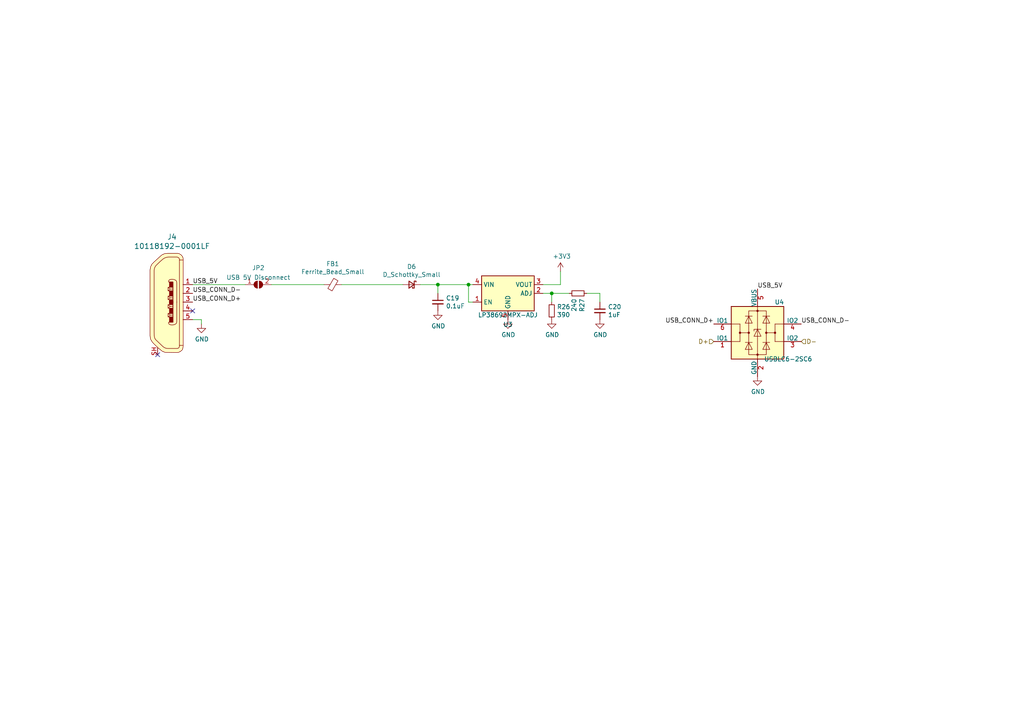
<source format=kicad_sch>
(kicad_sch (version 20211123) (generator eeschema)
  (paper "A4")
  (lib_symbols
    (symbol "Device:C_Small" (pin_numbers hide) (pin_names (offset 0.254) hide)
      (property "Reference" "C" (at 0.254 1.778 0))
      (property "Value" "C_Small" (at 0.254 -2.032 0))
      (symbol "C_Small_0_1"
        (polyline (pts (xy -1.524 -0.508) (xy 1.524 -0.508)) (stroke (width 0.3302)))
        (polyline (pts (xy -1.524 0.508) (xy 1.524 0.508)) (stroke (width 0.3048)))
      )
      (symbol "C_Small_1_1"
        (pin passive line (at 0 2.54 270) (length 2.032) (name "~") (number "1"))
        (pin passive line (at 0 -2.54 90) (length 2.032) (name "~") (number "2"))
      )
    )
    (symbol "Device:D_Schottky_Small" (pin_numbers hide) (pin_names (offset 0.254) hide)
      (property "Reference" "D" (at -1.27 2.032 0))
      (property "Value" "D_Schottky_Small" (at -7.112 -2.032 0))
      (symbol "D_Schottky_Small_0_1"
        (polyline (pts (xy -0.762 0) (xy 0.762 0)))
        (polyline (pts (xy 0.762 -1.016) (xy -0.762 0) (xy 0.762 1.016) (xy 0.762 -1.016)) (stroke (width 0.254)))
        (polyline (pts (xy -1.27 0.762) (xy -1.27 1.016) (xy -0.762 1.016) (xy -0.762 -1.016) (xy -0.254 -1.016) (xy -0.254 -0.762)) (stroke (width 0.254)))
      )
      (symbol "D_Schottky_Small_1_1"
        (pin passive line (at -2.54 0 0) (length 1.778) (name "K") (number "1"))
        (pin passive line (at 2.54 0 180) (length 1.778) (name "A") (number "2"))
      )
    )
    (symbol "Device:Ferrite_Bead_Small" (pin_numbers hide) (pin_names (offset 0))
      (property "Reference" "FB" (at 1.905 1.27 0))
      (property "Value" "Device_Ferrite_Bead_Small" (at 1.905 -1.27 0))
      (symbol "Ferrite_Bead_Small_0_1"
        (polyline (pts (xy 0 -1.27) (xy 0 -0.7874)))
        (polyline (pts (xy 0 0.889) (xy 0 1.2954)))
        (polyline (pts (xy -1.8288 0.2794) (xy -1.1176 1.4986) (xy 1.8288 -0.2032) (xy 1.1176 -1.4224) (xy -1.8288 0.2794)))
      )
      (symbol "Ferrite_Bead_Small_1_1"
        (pin passive line (at 0 2.54 270) (length 1.27) (name "~") (number "1"))
        (pin passive line (at 0 -2.54 90) (length 1.27) (name "~") (number "2"))
      )
    )
    (symbol "Device:R_Small" (pin_numbers hide) (pin_names (offset 0.254) hide)
      (property "Reference" "R" (at 0.762 0.508 0))
      (property "Value" "R_Small" (at 0.762 -1.016 0))
      (symbol "R_Small_0_1"
        (rectangle (start -0.762 1.778) (end 0.762 -1.778) (stroke (width 0.2032)))
      )
      (symbol "R_Small_1_1"
        (pin passive line (at 0 2.54 270) (length 0.762) (name "~") (number "1"))
        (pin passive line (at 0 -2.54 90) (length 0.762) (name "~") (number "2"))
      )
    )
    (symbol "Jumper:SolderJumper_2_Open" (pin_names (offset 0) hide)
      (property "Reference" "JP" (at 0 2.032 0))
      (property "Value" "SolderJumper_2_Open" (at 0 -2.54 0))
      (symbol "SolderJumper_2_Open_0_1"
        (arc (start -0.254 1.016) (mid -1.27 0) (end -0.254 -1.016))
        (arc (start -0.254 1.016) (mid -1.27 0) (end -0.254 -1.016) (fill (type outline)))
        (polyline (pts (xy -0.254 1.016) (xy -0.254 -1.016)))
        (polyline (pts (xy 0.254 1.016) (xy 0.254 -1.016)))
        (arc (start 0.254 -1.016) (mid 1.27 0) (end 0.254 1.016))
        (arc (start 0.254 -1.016) (mid 1.27 0) (end 0.254 1.016) (fill (type outline)))
      )
      (symbol "SolderJumper_2_Open_1_1"
        (pin passive line (at -3.81 0 0) (length 2.54) (name "A") (number "1"))
        (pin passive line (at 3.81 0 180) (length 2.54) (name "B") (number "2"))
      )
    )
    (symbol "RDT_Custom_Symbols:USBLC6-2SC6-Power_Protection" (pin_names (offset 0))
      (property "Reference" "U" (at 5.08 8.89 0))
      (property "Value" "USBLC6-2SC6-Power_Protection" (at 10.16 -10.16 0))
      (symbol "USBLC6-2SC6-Power_Protection_0_1"
        (rectangle (start -7.62 -7.62) (end 7.62 7.62) (stroke (width 0.254)) (fill (type background)))
        (circle (center -5.08 0) (radius 0.254) (fill (type outline)))
        (circle (center -2.54 0) (radius 0.254) (fill (type outline)))
        (rectangle (start -2.54 6.35) (end 2.54 -6.35))
        (circle (center 0 -6.35) (radius 0.254) (fill (type outline)))
        (polyline (pts (xy -5.08 -2.54) (xy -7.62 -2.54)))
        (polyline (pts (xy -5.08 0) (xy -5.08 -2.54)))
        (polyline (pts (xy -5.08 2.54) (xy -7.62 2.54)))
        (polyline (pts (xy -1.524 -2.794) (xy -3.556 -2.794)))
        (polyline (pts (xy -1.524 4.826) (xy -3.556 4.826)))
        (polyline (pts (xy 0 -7.62) (xy 0 -6.35)))
        (polyline (pts (xy 0 -6.35) (xy 0 1.27)))
        (polyline (pts (xy 0 1.27) (xy 0 6.35)))
        (polyline (pts (xy 0 6.35) (xy 0 7.62)))
        (polyline (pts (xy 1.524 -2.794) (xy 3.556 -2.794)))
        (polyline (pts (xy 1.524 4.826) (xy 3.556 4.826)))
        (polyline (pts (xy 5.08 -2.54) (xy 7.62 -2.54)))
        (polyline (pts (xy 5.08 0) (xy 5.08 -2.54)))
        (polyline (pts (xy 5.08 2.54) (xy 7.62 2.54)))
        (polyline (pts (xy -2.54 0) (xy -5.08 0) (xy -5.08 2.54)))
        (polyline (pts (xy 2.54 0) (xy 5.08 0) (xy 5.08 2.54)))
        (polyline (pts (xy -3.556 -4.826) (xy -1.524 -4.826) (xy -2.54 -2.794) (xy -3.556 -4.826)))
        (polyline (pts (xy -3.556 2.794) (xy -1.524 2.794) (xy -2.54 4.826) (xy -3.556 2.794)))
        (polyline (pts (xy -1.016 -1.016) (xy 1.016 -1.016) (xy 0 1.016) (xy -1.016 -1.016)))
        (polyline (pts (xy 1.016 1.016) (xy 0.762 1.016) (xy -1.016 1.016) (xy -1.016 0.508)))
        (polyline (pts (xy 3.556 -4.826) (xy 1.524 -4.826) (xy 2.54 -2.794) (xy 3.556 -4.826)))
        (polyline (pts (xy 3.556 2.794) (xy 1.524 2.794) (xy 2.54 4.826) (xy 3.556 2.794)))
        (circle (center 0 6.35) (radius 0.254) (fill (type outline)))
        (circle (center 2.54 0) (radius 0.254) (fill (type outline)))
        (circle (center 5.08 0) (radius 0.254) (fill (type outline)))
      )
      (symbol "USBLC6-2SC6-Power_Protection_1_1"
        (pin passive line (at -12.7 -2.54 0) (length 5.08) (name "IO1") (number "1"))
        (pin passive line (at 0 -12.7 90) (length 5.08) (name "GND") (number "2"))
        (pin passive line (at 12.7 -2.54 180) (length 5.08) (name "IO2") (number "3"))
        (pin passive line (at 12.7 2.54 180) (length 5.08) (name "IO2") (number "4"))
        (pin passive line (at 0 12.7 270) (length 5.08) (name "VBUS") (number "5"))
        (pin passive line (at -12.7 2.54 0) (length 5.08) (name "IO1") (number "6"))
      )
    )
    (symbol "Regulator_Linear:ADP7182AUJZ"
      (property "Reference" "U3" (at 0 9.0465 0))
      (property "Value" "LP38692MPX-ADJ" (at 0 6.2714 0))
      (symbol "ADP7182AUJZ_0_1"
        (rectangle (start -7.62 5.08) (end 7.62 -5.08) (stroke (width 0.254)) (fill (type background)))
      )
      (symbol "ADP7182AUJZ_1_1"
        (pin input line (at -10.16 2.54 0) (length 2.54) (name "EN") (number "1"))
        (pin input line (at 10.16 0 180) (length 2.54) (name "ADJ") (number "2"))
        (pin power_out line (at 10.16 -2.54 180) (length 2.54) (name "VOUT") (number "3"))
        (pin power_in line (at -10.16 -2.54 0) (length 2.54) (name "VIN") (number "4"))
        (pin power_in line (at 0 7.62 270) (length 2.54) (name "GND") (number "5"))
      )
    )
    (symbol "dk_USB-DVI-HDMI-Connectors:10118192-0001LF" (pin_names (offset 1.016))
      (property "Reference" "J" (at -3.7592 15.1892 0))
      (property "Value" "dk_USB-DVI-HDMI-Connectors_10118192-0001LF" (at -6.2992 -6.4008 90))
      (symbol "10118192-0001LF_0_1"
        (polyline (pts (xy 3.7846 12.2428) (xy 3.7846 -12.5476)))
        (polyline (pts (xy 0.4826 -4.2926) (xy 0.4826 -3.2766) (xy 1.8796 -3.2766) (xy 1.8796 -4.2926) (xy 0.4826 -4.2926) (xy 1.1176 -3.7846) (xy 0.4826 -3.2766) (xy 1.8796 -3.2766) (xy 1.8796 -3.7846) (xy 1.1176 -3.7846)))
        (polyline (pts (xy 0.4826 -1.7526) (xy 0.4826 -0.7366) (xy 1.8796 -0.7366) (xy 1.8796 -1.7526) (xy 0.4826 -1.7526) (xy 1.1176 -1.2446) (xy 0.4826 -0.7366) (xy 1.8796 -0.7366) (xy 1.8796 -1.2446) (xy 1.1176 -1.2446)))
        (polyline (pts (xy 0.4826 1.7526) (xy 0.4826 0.7366) (xy 1.8796 0.7366) (xy 1.8796 1.7526) (xy 0.4826 1.7526) (xy 1.1176 1.2446) (xy 0.4826 0.7366) (xy 1.8796 0.7366) (xy 1.8796 1.2446) (xy 1.1176 1.2446)))
        (polyline (pts (xy 0.4826 4.2926) (xy 0.4826 3.2766) (xy 1.8796 3.2766) (xy 1.8796 4.2926) (xy 0.4826 4.2926) (xy 1.1176 3.7846) (xy 0.4826 3.2766) (xy 1.8796 3.2766) (xy 1.8796 3.7846) (xy 1.1176 3.7846)))
        (polyline (pts (xy 1.905 -0.0254) (xy 1.905 5.842) (xy 0.635 5.842) (xy 0.635 6.1468) (xy 0.8128 6.4262) (xy 1.1938 6.5786) (xy 1.651 6.6294) (xy 2.2606 6.5532) (xy 2.7178 6.3246) (xy 2.9464 6.0706) (xy 3.0226 5.6388) (xy 3.0226 4.8006) (xy 3.0226 -0.127)))
        (polyline (pts (xy 1.905 0.0254) (xy 1.905 -5.842) (xy 0.635 -5.842) (xy 0.635 -6.1468) (xy 0.8128 -6.4262) (xy 1.1938 -6.5786) (xy 1.651 -6.6294) (xy 2.2606 -6.5532) (xy 2.7178 -6.3246) (xy 2.9464 -6.0706) (xy 3.0226 -5.6388) (xy 3.0226 -4.8006) (xy 3.0226 0.127)))
        (polyline (pts (xy 4.8514 -12.5476) (xy 3.8354 -12.5476) (xy 3.7846 -12.5476) (xy 3.7846 -12.9032) (xy 3.6068 -13.2334) (xy 3.429 -13.3604) (xy 3.2258 -13.4366) (xy 0.4572 -13.4366) (xy 0.0508 -13.4112) (xy -0.3302 -13.3096) (xy -0.6604 -13.1318) (xy -0.9906 -12.9032) (xy -3.1496 -10.8458) (xy -3.4036 -10.3886) (xy -3.5306 -9.779) (xy -3.556 -8.636) (xy -3.556 9.2202) (xy -3.5306 9.4234) (xy -3.4544 9.8298) (xy -3.302 10.1854) (xy -3.0226 10.6172) (xy -1.7526 11.8364) (xy -0.8636 12.5984) (xy -0.3302 12.8778) (xy 0.0762 13.0048) (xy 0.6096 13.081) (xy 3.0734 13.081) (xy 3.3274 13.0048) (xy 3.5814 12.8524) (xy 3.7846 12.5222) (xy 3.7846 12.2174) (xy 4.8514 12.2174)))
        (polyline (pts (xy 4.8514 -11.4808) (xy 4.8514 -12.8016) (xy 4.7752 -13.4366) (xy 4.572 -13.8684) (xy 4.0386 -14.3256) (xy 3.5814 -14.5288) (xy 3.0988 -14.605) (xy -0.2794 -14.5542) (xy -0.7112 -14.4526) (xy -1.2446 -14.1986) (xy -2.2098 -13.4366) (xy -3.556 -12.1412) (xy -4.0132 -11.6586) (xy -4.3688 -11.1506) (xy -4.6228 -10.5918) (xy -4.7498 -9.7536) (xy -4.7498 9.3726) (xy -4.5974 10.0838) (xy -4.4704 10.4648) (xy -4.2164 10.9728) (xy -3.6068 11.6078) (xy -1.4478 13.589) (xy -0.9652 13.8684) (xy -0.5588 14.0208) (xy 0.0762 14.1224) (xy 0.5588 14.1732) (xy 3.2766 14.1732) (xy 3.7592 14.0208) (xy 4.2164 13.7414) (xy 4.445 13.5128) (xy 4.699 13.1572) (xy 4.826 12.8524) (xy 4.8514 12.446) (xy 4.8514 -11.5062)) (fill (type background)))
        (rectangle (start 0.889 -4.318) (end 1.905 -5.842) (fill (type outline)))
        (rectangle (start 0.889 -3.302) (end 1.905 -1.778) (fill (type outline)))
        (rectangle (start 0.889 -0.635) (end 1.905 0.381) (fill (type outline)))
        (rectangle (start 0.889 0.635) (end 1.905 -0.381) (fill (type outline)))
        (rectangle (start 0.889 3.302) (end 1.905 1.778) (fill (type outline)))
        (rectangle (start 0.889 4.318) (end 1.905 5.842) (fill (type outline)))
      )
      (symbol "10118192-0001LF_1_1"
        (pin passive line (at 7.62 5.08 180) (length 2.794) (name "~") (number "1"))
        (pin passive line (at 7.62 2.54 180) (length 2.794) (name "~") (number "2"))
        (pin passive line (at 7.62 0 180) (length 2.794) (name "~") (number "3"))
        (pin passive line (at 7.62 -2.54 180) (length 2.794) (name "~") (number "4"))
        (pin passive line (at 7.62 -5.08 180) (length 2.794) (name "~") (number "5"))
        (pin passive line (at -2.54 -15.24 90) (length 2.032) (name "~") (number "SH"))
      )
    )
    (symbol "power:+3.3V" (power) (pin_names (offset 0))
      (property "Value" "+3.3V" (at 0 3.556 0))
      (symbol "+3.3V_0_1"
        (polyline (pts (xy -0.762 1.27) (xy 0 2.54)))
        (polyline (pts (xy 0 0) (xy 0 2.54)))
        (polyline (pts (xy 0 2.54) (xy 0.762 1.27)))
      )
      (symbol "+3.3V_1_1"
        (pin power_in line (at 0 0 90) (length 0) hide (name "+3V3") (number "1"))
      )
    )
    (symbol "power:GND" (power) (pin_names (offset 0))
      (property "Value" "GND" (at 0 -3.81 0))
      (symbol "GND_0_1"
        (polyline (pts (xy 0 0) (xy 0 -1.27) (xy 1.27 -1.27) (xy 0 -2.54) (xy -1.27 -1.27) (xy 0 -1.27)))
      )
      (symbol "GND_1_1"
        (pin power_in line (at 0 0 270) (length 0) hide (name "GND") (number "1"))
      )
    )
  )
  (junction (at 160.02 85.09))
  (junction (at 135.89 82.55))
  (junction (at 127 82.55))
  (no_connect (at 55.88 90.17))
  (no_connect (at 45.72 102.87))
  (wire (pts (xy 58.42 93.98) (xy 58.42 92.71)))
  (wire (pts (xy 157.48 82.55) (xy 162.56 82.55)))
  (wire (pts (xy 157.48 85.09) (xy 160.02 85.09)))
  (wire (pts (xy 55.88 82.55) (xy 71.12 82.55)))
  (wire (pts (xy 58.42 92.71) (xy 55.88 92.71)))
  (wire (pts (xy 127 85.09) (xy 127 82.55)))
  (wire (pts (xy 160.02 85.09) (xy 165.1 85.09)))
  (wire (pts (xy 137.16 87.63) (xy 135.89 87.63)))
  (wire (pts (xy 99.06 82.55) (xy 116.84 82.55)))
  (wire (pts (xy 173.99 85.09) (xy 170.18 85.09)))
  (wire (pts (xy 127 82.55) (xy 135.89 82.55)))
  (wire (pts (xy 135.89 82.55) (xy 137.16 82.55)))
  (wire (pts (xy 160.02 85.09) (xy 160.02 87.63)))
  (wire (pts (xy 162.56 82.55) (xy 162.56 78.74)))
  (wire (pts (xy 78.74 82.55) (xy 93.98 82.55)))
  (wire (pts (xy 135.89 82.55) (xy 135.89 87.63)))
  (wire (pts (xy 173.99 87.63) (xy 173.99 85.09)))
  (wire (pts (xy 121.92 82.55) (xy 127 82.55)))
  (label "USB_CONN_D-" (at 232.41 93.98 0))
  (label "USB_CONN_D+" (at 207.01 93.98 180))
  (label "USB_5V" (at 55.88 82.55 0))
  (label "USB_5V" (at 219.71 83.82 0))
  (label "USB_CONN_D+" (at 55.88 87.63 0))
  (label "USB_CONN_D-" (at 55.88 85.09 0))
  (hierarchical_label "D+" (shape input) (at 207.01 99.06 180))
  (hierarchical_label "D-" (shape input) (at 232.41 99.06 0))
  (symbol (lib_id "dk_USB-DVI-HDMI-Connectors:10118192-0001LF") (at 48.26 87.63 0) (unit 1)
    (property "Reference" "J4" (at 49.8856 68.707 0) (effects (font (size 1.524 1.524))))
    (property "Value" "10118192-0001LF" (at 49.8856 71.3994 0) (effects (font (size 1.524 1.524))))
    (property "Footprint" "Connector_USB:USB_Micro-B_Molex-105017-0001" (effects hide))
    (property "Datasheet" "http://www.amphenol-icc.com/media/wysiwyg/files/drawing/10118192.pdf" (effects hide))
    (property "Digi-Key_PN" "609-4613-1-ND" (effects hide))
    (property "MPN" "10118192-0001LF" (effects hide))
    (property "Category" "Connectors, Interconnects" (effects hide))
    (property "Family" "USB, DVI, HDMI Connectors" (effects hide))
    (property "DK_Datasheet_Link" "http://www.amphenol-icc.com/media/wysiwyg/files/drawing/10118192.pdf" (effects hide))
    (property "DK_Detail_Page" "/product-detail/en/amphenol-icc-fci/10118192-0001LF/609-4613-1-ND/2785378" (effects hide))
    (property "Description" "CONN RCPT USB2.0 MICRO B SMD R/A" (effects hide))
    (property "Manufacturer" "Amphenol ICC (FCI)" (effects hide))
    (property "Status" "Active" (effects hide))
  )
  (symbol (lib_id "Device:R_Small") (at 160.02 90.17 0) (unit 1)
    (property "Reference" "R26" (at 161.5186 89.0016 0) (effects (justify left)))
    (property "Value" "390" (at 161.5186 91.313 0) (effects (justify left)))
    (property "Footprint" "Resistor_SMD:R_0603_1608Metric_Pad0.98x0.95mm_HandSolder" (effects hide))
    (property "LCSC" " C23151" (effects hide))
  )
  (symbol (lib_id "Device:R_Small") (at 167.64 85.09 270) (unit 1)
    (property "Reference" "R27" (at 168.8084 86.5886 0) (effects (justify left)))
    (property "Value" "240" (at 166.497 86.5886 0) (effects (justify left)))
    (property "Footprint" "Resistor_SMD:R_0603_1608Metric_Pad0.98x0.95mm_HandSolder" (effects hide))
    (property "LCSC" " C23350" (effects hide))
  )
  (symbol (lib_id "Device:C_Small") (at 173.99 90.17 0) (unit 1)
    (property "Reference" "C20" (at 176.3268 89.0016 0) (effects (justify left)))
    (property "Value" "1uF" (at 176.3268 91.313 0) (effects (justify left)))
    (property "Footprint" "Capacitor_SMD:C_0603_1608Metric_Pad1.08x0.95mm_HandSolder" (effects hide))
    (property "LCSC" "C15849 " (effects hide))
  )
  (symbol (lib_id "Device:C_Small") (at 127 87.63 0) (unit 1)
    (property "Reference" "C19" (at 129.3368 86.4616 0) (effects (justify left)))
    (property "Value" "0.1uF" (at 129.3368 88.773 0) (effects (justify left)))
    (property "Footprint" "Capacitor_SMD:C_0603_1608Metric_Pad1.08x0.95mm_HandSolder" (effects hide))
    (property "LCSC" "C14663" (effects hide))
  )
  (symbol (lib_id "Device:Ferrite_Bead_Small") (at 96.52 82.55 270) (unit 1)
    (property "Reference" "FB1" (at 96.52 76.5302 90))
    (property "Value" "Ferrite_Bead_Small" (at 96.52 78.8416 90))
    (property "Footprint" "Capacitor_SMD:C_0603_1608Metric_Pad1.08x0.95mm_HandSolder" (effects hide))
    (property "LCSC" "C76892 " (effects hide))
  )
  (symbol (lib_id "Device:D_Schottky_Small") (at 119.38 82.55 0) (mirror y) (unit 1)
    (property "Reference" "D6" (at 119.38 77.343 0))
    (property "Value" "D_Schottky_Small" (at 119.38 79.6544 0))
    (property "Footprint" "Diode_SMD:D_0603_1608Metric_Pad1.05x0.95mm_HandSolder" (effects hide))
    (property "LCSC" " C239808 " (effects hide))
  )
  (symbol (lib_id "power:GND") (at 173.99 92.71 0) (unit 1)
    (property "Reference" "#PWR0104" (effects hide))
    (property "Value" "GND" (at 174.117 97.1042 0))
  )
  (symbol (lib_id "power:+3.3V") (at 162.56 78.74 0) (unit 1)
    (property "Reference" "#PWR0103" (effects hide))
    (property "Value" "+3.3V" (at 162.941 74.3458 0))
  )
  (symbol (lib_id "power:GND") (at 58.42 93.98 0) (unit 1)
    (property "Reference" "#PWR0102" (effects hide))
    (property "Value" "GND" (at 58.547 98.3742 0))
  )
  (symbol (lib_id "RDT_Custom_Symbols:USBLC6-2SC6-Power_Protection") (at 219.71 96.52 0) (unit 1)
    (property "Reference" "U4" (at 226.06 87.63 0))
    (property "Value" "USBLC6-2SC6" (at 228.6 104.14 0))
    (property "Footprint" "Package_TO_SOT_SMD:SOT-23-6" (effects hide))
    (property "Datasheet" "http://www2.st.com/resource/en/datasheet/CD00050750.pdf" (effects hide))
    (property "LCSC" "C7519" (effects hide))
  )
  (symbol (lib_id "power:GND") (at 219.71 109.22 0) (unit 1)
    (property "Reference" "#PWR0109" (effects hide))
    (property "Value" "GND" (at 219.837 113.6142 0))
  )
  (symbol (lib_id "power:GND") (at 127 90.17 0) (unit 1)
    (property "Reference" "#PWR0107" (effects hide))
    (property "Value" "GND" (at 127.127 94.5642 0))
  )
  (symbol (lib_id "power:GND") (at 147.32 92.71 0) (unit 1)
    (property "Reference" "#PWR0106" (effects hide))
    (property "Value" "GND" (at 147.447 97.1042 0))
  )
  (symbol (lib_id "power:GND") (at 160.02 92.71 0) (unit 1)
    (property "Reference" "#PWR0108" (effects hide))
    (property "Value" "GND" (at 160.147 97.1042 0))
  )
  (symbol (lib_id "Regulator_Linear:ADP7182AUJZ") (at 147.32 85.09 0) (mirror x) (unit 1)
    (property "Reference" "U3" (at 147.32 94.1365 0))
    (property "Value" "LP38692MPX-ADJ" (at 147.32 91.3614 0))
    (property "Footprint" "Package_TO_SOT_SMD:SOT-223-5" (effects hide))
    (property "Datasheet" "https://media.digikey.com/pdf/Data%20Sheets/Texas%20Instruments%20PDFs/LP38690,92-ADJ.pdf" (effects hide))
    (property "LCSC" "C527485" (effects hide))
  )
  (symbol (lib_id "Jumper:SolderJumper_2_Open") (at 74.93 82.55 0) (unit 1)
    (property "Reference" "JP2" (at 74.93 77.6945 0))
    (property "Value" "USB 5V Disconnect" (at 74.93 80.4696 0))
    (property "Footprint" "Jumpers:SMT-JUMPER_2_NO_SILK" (effects hide))
  )
)
</source>
